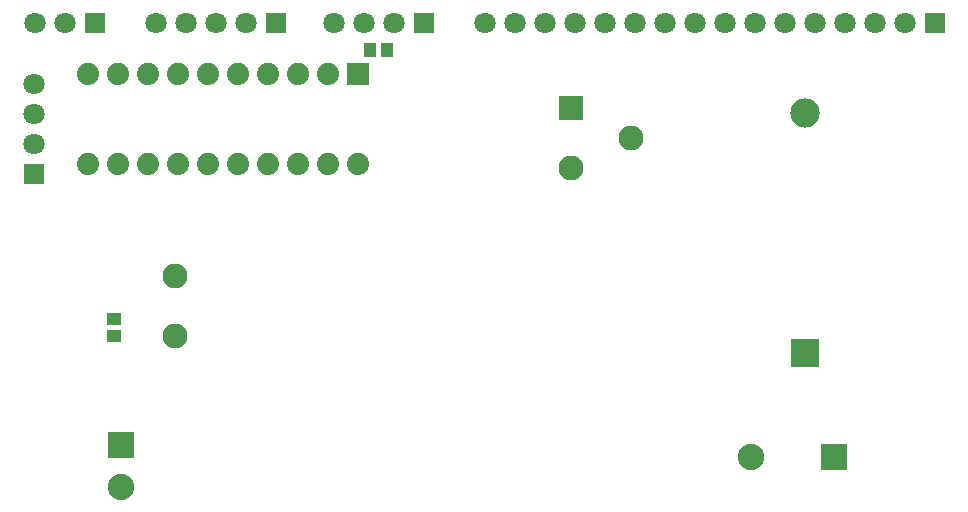
<source format=gbs>
G04*
G04 #@! TF.GenerationSoftware,Altium Limited,Altium Designer,21.9.2 (33)*
G04*
G04 Layer_Color=16711935*
%FSTAX24Y24*%
%MOIN*%
G70*
G04*
G04 #@! TF.SameCoordinates,42221833-7155-40BC-9F66-F4787AFC6187*
G04*
G04*
G04 #@! TF.FilePolarity,Negative*
G04*
G01*
G75*
%ADD37R,0.0454X0.0395*%
%ADD38R,0.0395X0.0454*%
%ADD50C,0.0710*%
%ADD51R,0.0710X0.0710*%
%ADD52C,0.0740*%
%ADD53R,0.0740X0.0740*%
%ADD54R,0.0710X0.0710*%
%ADD55R,0.0980X0.0980*%
%ADD56C,0.0980*%
%ADD57C,0.0880*%
%ADD58R,0.0880X0.0880*%
%ADD59R,0.0880X0.0880*%
%ADD60C,0.0830*%
%ADD61R,0.0830X0.0830*%
D37*
X02106Y032974D02*
D03*
Y033526D02*
D03*
D38*
X030146Y04248D02*
D03*
X029594D02*
D03*
D50*
X03039Y0434D02*
D03*
X02939D02*
D03*
X02839D02*
D03*
X01841D02*
D03*
X01941D02*
D03*
X02244D02*
D03*
X02344D02*
D03*
X02544D02*
D03*
X02444D02*
D03*
X03341D02*
D03*
X03441D02*
D03*
X03741D02*
D03*
X03841D02*
D03*
X03941D02*
D03*
X04141D02*
D03*
X04241D02*
D03*
X04441D02*
D03*
X04641D02*
D03*
X04741D02*
D03*
X04541D02*
D03*
X04341D02*
D03*
X04041D02*
D03*
X03641D02*
D03*
X03541D02*
D03*
X01838Y03935D02*
D03*
Y04035D02*
D03*
Y04135D02*
D03*
D51*
X03139Y0434D02*
D03*
X02041D02*
D03*
X02644D02*
D03*
X04841D02*
D03*
D52*
X02919Y03869D02*
D03*
X02819D02*
D03*
X02719D02*
D03*
X02619D02*
D03*
X02519D02*
D03*
X02419D02*
D03*
X02319D02*
D03*
X02219D02*
D03*
X02119D02*
D03*
X02019D02*
D03*
Y04169D02*
D03*
X02119D02*
D03*
X02219D02*
D03*
X02319D02*
D03*
X02419D02*
D03*
X02519D02*
D03*
X02619D02*
D03*
X02719D02*
D03*
X02819D02*
D03*
D53*
X02919D02*
D03*
D54*
X01838Y03835D02*
D03*
D55*
X04408Y0324D02*
D03*
D56*
Y0404D02*
D03*
D57*
X04228Y02893D02*
D03*
X0213Y02794D02*
D03*
D58*
X045067Y02893D02*
D03*
D59*
X0213Y029318D02*
D03*
D60*
X02309Y03496D02*
D03*
Y03296D02*
D03*
X0383Y03955D02*
D03*
X0363Y03855D02*
D03*
D61*
Y04055D02*
D03*
M02*

</source>
